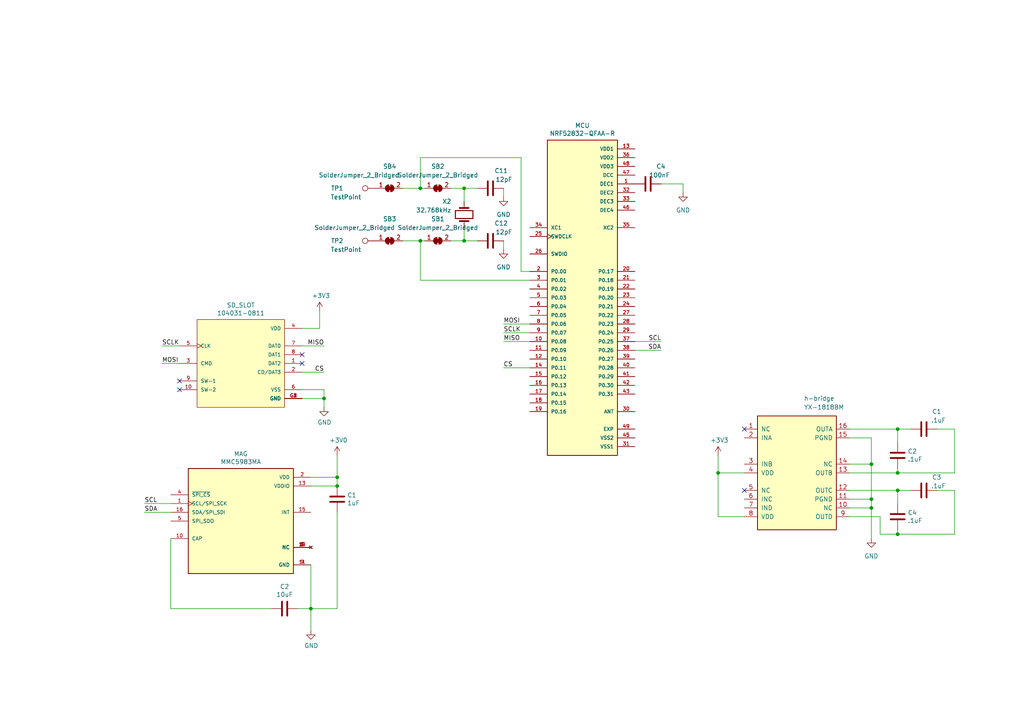
<source format=kicad_sch>
(kicad_sch (version 20211123) (generator eeschema)
  (paper "A4")
  (lib_symbols
    (symbol "104031-0811:104031-0811" (pin_names (offset 1.016))
      (property "Reference" "J" (at -12.7 13.462 0))
      (property "Value" "104031-0811" (at -12.7 -15.24 0))
      (symbol "104031-0811_0_0"
        (rectangle (start -12.7 -12.7) (end 12.7 12.7) (stroke (width 0.1524)) (fill (type background)))
        (pin bidirectional line (at 17.78 0 180) (length 5.08) (name "DAT2") (number "1"))
        (pin passive line (at -17.78 -7.62 0) (length 5.08) (name "SW-2") (number "10"))
        (pin bidirectional line (at 17.78 -2.54 180) (length 5.08) (name "CD/DAT3") (number "2"))
        (pin bidirectional line (at -17.78 0 0) (length 5.08) (name "CMD") (number "3"))
        (pin power_in line (at 17.78 10.16 180) (length 5.08) (name "VDD") (number "4"))
        (pin input clock (at -17.78 5.08 0) (length 5.08) (name "CLK") (number "5"))
        (pin power_in line (at 17.78 -7.62 180) (length 5.08) (name "VSS") (number "6"))
        (pin bidirectional line (at 17.78 5.08 180) (length 5.08) (name "DAT0") (number "7"))
        (pin bidirectional line (at 17.78 2.54 180) (length 5.08) (name "DAT1") (number "8"))
        (pin passive line (at -17.78 -5.08 0) (length 5.08) (name "SW-1") (number "9"))
        (pin power_in line (at 17.78 -10.16 180) (length 5.08) (name "GND") (number "G1"))
        (pin power_in line (at 17.78 -10.16 180) (length 5.08) (name "GND") (number "G2"))
        (pin power_in line (at 17.78 -10.16 180) (length 5.08) (name "GND") (number "G3"))
        (pin power_in line (at 17.78 -10.16 180) (length 5.08) (name "GND") (number "G4"))
      )
    )
    (symbol "Connector:TestPoint" (pin_numbers hide) (pin_names (offset 0.762) hide)
      (property "Reference" "TP" (at 0 6.858 0))
      (property "Value" "TestPoint" (at 0 5.08 0))
      (symbol "TestPoint_0_1"
        (circle (center 0 3.302) (radius 0.762))
      )
      (symbol "TestPoint_1_1"
        (pin passive line (at 0 0 90) (length 2.54) (name "1") (number "1"))
      )
    )
    (symbol "Device:C" (pin_numbers hide) (pin_names (offset 0.254))
      (property "Reference" "C" (at 0.635 2.54 0))
      (property "Value" "C" (at 0.635 -2.54 0))
      (symbol "C_0_1"
        (polyline (pts (xy -2.032 -0.762) (xy 2.032 -0.762)) (stroke (width 0.508)))
        (polyline (pts (xy -2.032 0.762) (xy 2.032 0.762)) (stroke (width 0.508)))
      )
      (symbol "C_1_1"
        (pin passive line (at 0 3.81 270) (length 2.794) (name "~") (number "1"))
        (pin passive line (at 0 -3.81 90) (length 2.794) (name "~") (number "2"))
      )
    )
    (symbol "Device:Crystal" (pin_numbers hide) (pin_names (offset 1.016) hide)
      (property "Reference" "Y" (at 0 3.81 0))
      (property "Value" "Crystal" (at 0 -3.81 0))
      (symbol "Crystal_0_1"
        (rectangle (start -1.143 2.54) (end 1.143 -2.54) (stroke (width 0.3048)))
        (polyline (pts (xy -2.54 0) (xy -1.905 0)))
        (polyline (pts (xy -1.905 -1.27) (xy -1.905 1.27)) (stroke (width 0.508)))
        (polyline (pts (xy 1.905 -1.27) (xy 1.905 1.27)) (stroke (width 0.508)))
        (polyline (pts (xy 2.54 0) (xy 1.905 0)))
      )
      (symbol "Crystal_1_1"
        (pin passive line (at -3.81 0 0) (length 1.27) (name "1") (number "1"))
        (pin passive line (at 3.81 0 180) (length 1.27) (name "2") (number "2"))
      )
    )
    (symbol "Interface_Expansion:PCA9516" (pin_names (offset 1.016))
      (property "Reference" "h-bridge" (at 2.0194 21.59 0))
      (property "Value" "YX-1818BM" (at 2.0194 19.05 0))
      (symbol "PCA9516_0_1"
        (rectangle (start -11.43 16.51) (end 11.43 -16.51) (stroke (width 0.254)) (fill (type background)))
      )
      (symbol "PCA9516_1_1"
        (pin bidirectional line (at -15.24 12.7 0) (length 3.81) (name "NC") (number "1"))
        (pin bidirectional line (at 15.24 -10.16 180) (length 3.81) (name "NC") (number "10"))
        (pin bidirectional line (at 15.24 -7.62 180) (length 3.81) (name "PGND") (number "11"))
        (pin output line (at 15.24 -5.08 180) (length 3.81) (name "OUTC") (number "12"))
        (pin output line (at 15.24 0 180) (length 3.81) (name "OUTB") (number "13"))
        (pin bidirectional line (at 15.24 2.54 180) (length 3.81) (name "NC") (number "14"))
        (pin bidirectional line (at 15.24 10.16 180) (length 3.81) (name "PGND") (number "15"))
        (pin output line (at 15.24 12.7 180) (length 3.81) (name "OUTA") (number "16"))
        (pin input line (at -15.24 10.16 0) (length 3.81) (name "INA") (number "2"))
        (pin input line (at -15.24 2.54 0) (length 3.81) (name "INB") (number "3"))
        (pin bidirectional line (at -15.24 0 0) (length 3.81) (name "VDD") (number "4"))
        (pin bidirectional line (at -15.24 -5.08 0) (length 3.81) (name "NC") (number "5"))
        (pin input line (at -15.24 -7.62 0) (length 3.81) (name "INC") (number "6"))
        (pin input line (at -15.24 -10.16 0) (length 3.81) (name "IND") (number "7"))
        (pin bidirectional line (at -15.24 -12.7 0) (length 3.81) (name "VDD") (number "8"))
        (pin output line (at 15.24 -12.7 180) (length 3.81) (name "OUTD") (number "9"))
      )
    )
    (symbol "Jumper:SolderJumper_2_Bridged" (pin_names (offset 0) hide)
      (property "Reference" "JP" (at 0 2.032 0))
      (property "Value" "SolderJumper_2_Bridged" (at 0 -2.54 0))
      (symbol "SolderJumper_2_Bridged_0_1"
        (rectangle (start -0.508 0.508) (end 0.508 -0.508) (fill (type outline)))
        (arc (start -0.254 1.016) (mid -1.27 0) (end -0.254 -1.016))
        (arc (start -0.254 1.016) (mid -1.27 0) (end -0.254 -1.016) (fill (type outline)))
        (polyline (pts (xy -0.254 1.016) (xy -0.254 -1.016)))
        (polyline (pts (xy 0.254 1.016) (xy 0.254 -1.016)))
        (arc (start 0.254 -1.016) (mid 1.27 0) (end 0.254 1.016))
        (arc (start 0.254 -1.016) (mid 1.27 0) (end 0.254 1.016) (fill (type outline)))
      )
      (symbol "SolderJumper_2_Bridged_1_1"
        (pin passive line (at -3.81 0 0) (length 2.54) (name "A") (number "1"))
        (pin passive line (at 3.81 0 180) (length 2.54) (name "B") (number "2"))
      )
    )
    (symbol "MMC5983MA:MMC5983MA" (pin_names (offset 1.016))
      (property "Reference" "U" (at -15.24 15.24 0))
      (property "Value" "MMC5983MA" (at -15.24 -17.78 0))
      (symbol "MMC5983MA_0_0"
        (rectangle (start -15.24 -15.24) (end 15.24 15.24) (stroke (width 0.254)) (fill (type background)))
        (pin input clock (at -20.32 5.08 0) (length 5.08) (name "SCL/SPI_SCK") (number "1"))
        (pin passive line (at -20.32 -5.08 0) (length 5.08) (name "CAP") (number "10"))
        (pin power_in line (at 20.32 -12.7 180) (length 5.08) (name "GND") (number "11"))
        (pin no_connect line (at 20.32 -7.62 180) (length 5.08) (name "NC") (number "12"))
        (pin power_in line (at 20.32 10.16 180) (length 5.08) (name "VDDIO") (number "13"))
        (pin no_connect line (at 20.32 -7.62 180) (length 5.08) (name "NC") (number "14"))
        (pin output line (at 20.32 2.54 180) (length 5.08) (name "INT") (number "15"))
        (pin bidirectional line (at -20.32 2.54 0) (length 5.08) (name "SDA/SPI_SDI") (number "16"))
        (pin power_in line (at 20.32 12.7 180) (length 5.08) (name "VDD") (number "2"))
        (pin no_connect line (at 20.32 -7.62 180) (length 5.08) (name "NC") (number "3"))
        (pin input line (at -20.32 7.62 0) (length 5.08) (name "~{SPI_CS}") (number "4"))
        (pin output line (at -20.32 0 0) (length 5.08) (name "SPI_SDO") (number "5"))
        (pin no_connect line (at 20.32 -7.62 180) (length 5.08) (name "NC") (number "6"))
        (pin no_connect line (at 20.32 -7.62 180) (length 5.08) (name "NC") (number "7"))
        (pin no_connect line (at 20.32 -7.62 180) (length 5.08) (name "NC") (number "8"))
        (pin power_in line (at 20.32 -12.7 180) (length 5.08) (name "GND") (number "9"))
      )
    )
    (symbol "NRF52832-QFAA-R:NRF52832-QFAA-R" (pin_names (offset 1.016))
      (property "Reference" "U" (at -10.1854 45.7962 0))
      (property "Value" "NRF52832-QFAA-R" (at -10.16 -48.26 0))
      (symbol "NRF52832-QFAA-R_0_0"
        (rectangle (start -10.16 -45.72) (end 10.16 45.72) (stroke (width 0.254)) (fill (type background)))
        (pin power_in line (at 15.24 33.02 180) (length 5.08) (name "DEC1") (number "1"))
        (pin bidirectional line (at -15.24 -12.7 0) (length 5.08) (name "P0.08") (number "10"))
        (pin bidirectional line (at -15.24 -15.24 0) (length 5.08) (name "P0.09") (number "11"))
        (pin bidirectional line (at -15.24 -17.78 0) (length 5.08) (name "P0.10") (number "12"))
        (pin power_in line (at 15.24 43.18 180) (length 5.08) (name "VDD1") (number "13"))
        (pin bidirectional line (at -15.24 -20.32 0) (length 5.08) (name "P0.11") (number "14"))
        (pin bidirectional line (at -15.24 -22.86 0) (length 5.08) (name "P0.12") (number "15"))
        (pin bidirectional line (at -15.24 -25.4 0) (length 5.08) (name "P0.13") (number "16"))
        (pin bidirectional line (at -15.24 -27.94 0) (length 5.08) (name "P0.14") (number "17"))
        (pin bidirectional line (at -15.24 -30.48 0) (length 5.08) (name "P0.15") (number "18"))
        (pin bidirectional line (at -15.24 -33.02 0) (length 5.08) (name "P0.16") (number "19"))
        (pin bidirectional line (at -15.24 7.62 0) (length 5.08) (name "P0.00") (number "2"))
        (pin bidirectional line (at 15.24 7.62 180) (length 5.08) (name "P0.17") (number "20"))
        (pin bidirectional line (at 15.24 5.08 180) (length 5.08) (name "P0.18") (number "21"))
        (pin bidirectional line (at 15.24 2.54 180) (length 5.08) (name "P0.19") (number "22"))
        (pin bidirectional line (at 15.24 0 180) (length 5.08) (name "P0.20") (number "23"))
        (pin bidirectional line (at 15.24 -2.54 180) (length 5.08) (name "P0.21") (number "24"))
        (pin input clock (at -15.24 17.78 0) (length 5.08) (name "SWDCLK") (number "25"))
        (pin bidirectional line (at -15.24 12.7 0) (length 5.08) (name "SWDIO") (number "26"))
        (pin bidirectional line (at 15.24 -5.08 180) (length 5.08) (name "P0.22") (number "27"))
        (pin bidirectional line (at 15.24 -7.62 180) (length 5.08) (name "P0.23") (number "28"))
        (pin bidirectional line (at 15.24 -10.16 180) (length 5.08) (name "P0.24") (number "29"))
        (pin bidirectional line (at -15.24 5.08 0) (length 5.08) (name "P0.01") (number "3"))
        (pin passive line (at 15.24 -33.02 180) (length 5.08) (name "ANT") (number "30"))
        (pin power_in line (at 15.24 -43.18 180) (length 5.08) (name "VSS1") (number "31"))
        (pin power_in line (at 15.24 30.48 180) (length 5.08) (name "DEC2") (number "32"))
        (pin power_in line (at 15.24 27.94 180) (length 5.08) (name "DEC3") (number "33"))
        (pin input line (at -15.24 20.32 0) (length 5.08) (name "XC1") (number "34"))
        (pin output line (at 15.24 20.32 180) (length 5.08) (name "XC2") (number "35"))
        (pin power_in line (at 15.24 40.64 180) (length 5.08) (name "VDD2") (number "36"))
        (pin bidirectional line (at 15.24 -12.7 180) (length 5.08) (name "P0.25") (number "37"))
        (pin bidirectional line (at 15.24 -15.24 180) (length 5.08) (name "P0.26") (number "38"))
        (pin bidirectional line (at 15.24 -17.78 180) (length 5.08) (name "P0.27") (number "39"))
        (pin bidirectional line (at -15.24 2.54 0) (length 5.08) (name "P0.02") (number "4"))
        (pin bidirectional line (at 15.24 -20.32 180) (length 5.08) (name "P0.28") (number "40"))
        (pin bidirectional line (at 15.24 -22.86 180) (length 5.08) (name "P0.29") (number "41"))
        (pin bidirectional line (at 15.24 -25.4 180) (length 5.08) (name "P0.30") (number "42"))
        (pin bidirectional line (at 15.24 -27.94 180) (length 5.08) (name "P0.31") (number "43"))
        (pin power_in line (at 15.24 -40.64 180) (length 5.08) (name "VSS2") (number "45"))
        (pin power_in line (at 15.24 25.4 180) (length 5.08) (name "DEC4") (number "46"))
        (pin power_in line (at 15.24 35.56 180) (length 5.08) (name "DCC") (number "47"))
        (pin power_in line (at 15.24 38.1 180) (length 5.08) (name "VDD3") (number "48"))
        (pin power_in line (at 15.24 -38.1 180) (length 5.08) (name "EXP") (number "49"))
        (pin bidirectional line (at -15.24 0 0) (length 5.08) (name "P0.03") (number "5"))
        (pin bidirectional line (at -15.24 -2.54 0) (length 5.08) (name "P0.04") (number "6"))
        (pin bidirectional line (at -15.24 -5.08 0) (length 5.08) (name "P0.05") (number "7"))
        (pin bidirectional line (at -15.24 -7.62 0) (length 5.08) (name "P0.06") (number "8"))
        (pin bidirectional line (at -15.24 -10.16 0) (length 5.08) (name "P0.07") (number "9"))
      )
    )
    (symbol "RepeatRover-rescue:+3.3V-power" (power) (pin_names (offset 0))
      (property "Value" "+3.3V-power" (at 0 3.556 0))
      (symbol "+3.3V-power_0_1"
        (polyline (pts (xy -0.762 1.27) (xy 0 2.54)))
        (polyline (pts (xy 0 0) (xy 0 2.54)))
        (polyline (pts (xy 0 2.54) (xy 0.762 1.27)))
      )
      (symbol "+3.3V-power_1_1"
        (pin power_in line (at 0 0 90) (length 0) hide (name "+3V3") (number "1"))
      )
    )
    (symbol "power:+3V0" (power) (pin_names (offset 0))
      (property "Value" "+3V0" (at 0 3.556 0))
      (symbol "+3V0_0_1"
        (polyline (pts (xy -0.762 1.27) (xy 0 2.54)))
        (polyline (pts (xy 0 0) (xy 0 2.54)))
        (polyline (pts (xy 0 2.54) (xy 0.762 1.27)))
      )
      (symbol "+3V0_1_1"
        (pin power_in line (at 0 0 90) (length 0) hide (name "+3V0") (number "1"))
      )
    )
    (symbol "power:GND" (power) (pin_names (offset 0))
      (property "Value" "GND" (at 0 -3.81 0))
      (symbol "GND_0_1"
        (polyline (pts (xy 0 0) (xy 0 -1.27) (xy 1.27 -1.27) (xy 0 -2.54) (xy -1.27 -1.27) (xy 0 -1.27)))
      )
      (symbol "GND_1_1"
        (pin power_in line (at 0 0 270) (length 0) hide (name "GND") (number "1"))
      )
    )
  )
  (junction (at 134.62 54.61))
  (junction (at 97.79 140.97))
  (junction (at 208.28 137.16))
  (junction (at 260.35 142.24))
  (junction (at 93.98 115.57))
  (junction (at 90.17 176.53))
  (junction (at 260.35 154.94))
  (junction (at 252.73 147.32))
  (junction (at 121.92 54.61))
  (junction (at 260.35 124.46))
  (junction (at 121.92 69.85))
  (junction (at 260.35 137.16))
  (junction (at 97.79 138.43))
  (junction (at 252.73 144.78))
  (junction (at 134.62 69.85))
  (junction (at 252.73 134.62))
  (no_connect (at 87.63 105.41))
  (no_connect (at 87.63 102.87))
  (no_connect (at 52.07 110.49))
  (no_connect (at 52.07 113.03))
  (no_connect (at 215.9 124.46))
  (no_connect (at 215.9 142.24))
  (wire (pts (xy 52.07 100.33) (xy 46.99 100.33)))
  (wire (pts (xy 255.27 149.86) (xy 255.27 154.94)))
  (wire (pts (xy 246.38 137.16) (xy 260.35 137.16)))
  (wire (pts (xy 87.63 113.03) (xy 93.98 113.03)))
  (wire (pts (xy 121.92 45.72) (xy 121.92 54.61)))
  (wire (pts (xy 252.73 144.78) (xy 252.73 147.32)))
  (wire (pts (xy 146.05 99.06) (xy 153.67 99.06)))
  (wire (pts (xy 246.38 134.62) (xy 252.73 134.62)))
  (wire (pts (xy 134.62 69.85) (xy 138.43 69.85)))
  (wire (pts (xy 121.92 54.61) (xy 123.19 54.61)))
  (wire (pts (xy 90.17 176.53) (xy 90.17 182.88)))
  (wire (pts (xy 121.92 81.28) (xy 153.67 81.28)))
  (wire (pts (xy 93.98 115.57) (xy 93.98 118.11)))
  (wire (pts (xy 87.63 107.95) (xy 93.98 107.95)))
  (wire (pts (xy 49.53 146.05) (xy 41.91 146.05)))
  (wire (pts (xy 93.98 115.57) (xy 87.63 115.57)))
  (wire (pts (xy 146.05 106.68) (xy 153.67 106.68)))
  (wire (pts (xy 276.86 142.24) (xy 276.86 154.94)))
  (wire (pts (xy 184.15 99.06) (xy 191.77 99.06)))
  (wire (pts (xy 49.53 148.59) (xy 41.91 148.59)))
  (wire (pts (xy 260.35 142.24) (xy 264.16 142.24)))
  (wire (pts (xy 208.28 137.16) (xy 208.28 149.86)))
  (wire (pts (xy 87.63 95.25) (xy 92.71 95.25)))
  (wire (pts (xy 130.81 54.61) (xy 134.62 54.61)))
  (wire (pts (xy 116.84 54.61) (xy 121.92 54.61)))
  (wire (pts (xy 252.73 134.62) (xy 252.73 144.78)))
  (wire (pts (xy 121.92 69.85) (xy 121.92 81.28)))
  (wire (pts (xy 134.62 54.61) (xy 134.62 58.42)))
  (wire (pts (xy 276.86 124.46) (xy 276.86 137.16)))
  (wire (pts (xy 146.05 69.85) (xy 146.05 72.39)))
  (wire (pts (xy 97.79 140.97) (xy 97.79 138.43)))
  (wire (pts (xy 276.86 137.16) (xy 260.35 137.16)))
  (wire (pts (xy 151.13 45.72) (xy 121.92 45.72)))
  (wire (pts (xy 146.05 54.61) (xy 146.05 57.15)))
  (wire (pts (xy 92.71 95.25) (xy 92.71 90.17)))
  (wire (pts (xy 260.35 146.05) (xy 260.35 142.24)))
  (wire (pts (xy 191.77 53.34) (xy 198.12 53.34)))
  (wire (pts (xy 97.79 138.43) (xy 97.79 132.08)))
  (wire (pts (xy 246.38 124.46) (xy 260.35 124.46)))
  (wire (pts (xy 130.81 69.85) (xy 134.62 69.85)))
  (wire (pts (xy 260.35 124.46) (xy 264.16 124.46)))
  (wire (pts (xy 146.05 93.98) (xy 153.67 93.98)))
  (wire (pts (xy 146.05 96.52) (xy 153.67 96.52)))
  (wire (pts (xy 184.15 101.6) (xy 191.77 101.6)))
  (wire (pts (xy 246.38 142.24) (xy 260.35 142.24)))
  (wire (pts (xy 151.13 78.74) (xy 153.67 78.74)))
  (wire (pts (xy 134.62 66.04) (xy 134.62 69.85)))
  (wire (pts (xy 255.27 154.94) (xy 260.35 154.94)))
  (wire (pts (xy 252.73 127) (xy 252.73 134.62)))
  (wire (pts (xy 246.38 147.32) (xy 252.73 147.32)))
  (wire (pts (xy 90.17 138.43) (xy 97.79 138.43)))
  (wire (pts (xy 252.73 147.32) (xy 252.73 156.21)))
  (wire (pts (xy 198.12 53.34) (xy 198.12 55.88)))
  (wire (pts (xy 116.84 69.85) (xy 121.92 69.85)))
  (wire (pts (xy 97.79 176.53) (xy 90.17 176.53)))
  (wire (pts (xy 52.07 105.41) (xy 46.99 105.41)))
  (wire (pts (xy 134.62 54.61) (xy 138.43 54.61)))
  (wire (pts (xy 246.38 144.78) (xy 252.73 144.78)))
  (wire (pts (xy 49.53 156.21) (xy 49.53 176.53)))
  (wire (pts (xy 90.17 140.97) (xy 97.79 140.97)))
  (wire (pts (xy 215.9 149.86) (xy 208.28 149.86)))
  (wire (pts (xy 260.35 128.27) (xy 260.35 124.46)))
  (wire (pts (xy 86.36 176.53) (xy 90.17 176.53)))
  (wire (pts (xy 260.35 153.67) (xy 260.35 154.94)))
  (wire (pts (xy 87.63 100.33) (xy 93.98 100.33)))
  (wire (pts (xy 246.38 127) (xy 252.73 127)))
  (wire (pts (xy 97.79 148.59) (xy 97.79 176.53)))
  (wire (pts (xy 276.86 142.24) (xy 271.78 142.24)))
  (wire (pts (xy 151.13 45.72) (xy 151.13 78.74)))
  (wire (pts (xy 49.53 176.53) (xy 78.74 176.53)))
  (wire (pts (xy 260.35 135.89) (xy 260.35 137.16)))
  (wire (pts (xy 90.17 163.83) (xy 90.17 176.53)))
  (wire (pts (xy 276.86 124.46) (xy 271.78 124.46)))
  (wire (pts (xy 93.98 113.03) (xy 93.98 115.57)))
  (wire (pts (xy 208.28 137.16) (xy 215.9 137.16)))
  (wire (pts (xy 208.28 137.16) (xy 208.28 132.08)))
  (wire (pts (xy 121.92 69.85) (xy 123.19 69.85)))
  (wire (pts (xy 246.38 149.86) (xy 255.27 149.86)))
  (wire (pts (xy 276.86 154.94) (xy 260.35 154.94)))
  (label "SDA" (at 191.77 101.6 180))
  (label "MOSI" (at 46.99 105.41 0))
  (label "SCLK" (at 146.05 96.52 0))
  (label "MOSI" (at 146.05 93.98 0))
  (label "SCL" (at 191.77 99.06 180))
  (label "MISO" (at 146.05 99.06 0))
  (label "CS" (at 146.05 106.68 0))
  (label "CS" (at 93.98 107.95 180))
  (label "SDA" (at 41.91 148.59 0))
  (label "SCLK" (at 46.99 100.33 0))
  (label "SCL" (at 41.91 146.05 0))
  (label "MISO" (at 93.98 100.33 180))
  (symbol (lib_id "NRF52832-QFAA-R:NRF52832-QFAA-R") (at 168.91 86.36 0) (unit 1)
    (property "Reference" "MCU" (at 168.91 36.3982 0))
    (property "Value" "NRF52832-QFAA-R" (at 168.91 38.7096 0))
    (property "Footprint" "NRF52832-QFAA-R:QFN40P600X600X90-49N" (effects hide))
    (property "MANUFACTURER" "Nordic Semiconductor" (effects hide))
  )
  (symbol (lib_id "MMC5983MA:MMC5983MA") (at 69.85 151.13 0) (unit 1)
    (property "Reference" "MAG" (at 69.85 131.6482 0))
    (property "Value" "MMC5983MA" (at 69.85 133.9596 0))
    (property "Footprint" "MMC5983MA:PQFN50P300X300X100-16N" (effects hide))
    (property "PARTREV" "A" (effects hide))
    (property "MAXIMUM_PACKAGE_HEIGHT" "1.00 mm" (effects hide))
    (property "STANDARD" "IPC 7351B" (effects hide))
    (property "MANUFACTURER" "Memsic Inc." (effects hide))
  )
  (symbol (lib_id "104031-0811:104031-0811") (at 69.85 105.41 0) (unit 1)
    (property "Reference" "SD_SLOT" (at 69.85 88.519 0))
    (property "Value" "104031-0811" (at 69.85 90.8304 0))
    (property "Footprint" "104031-0811:MOLEX_104031-0811" (effects hide))
    (property "MANUFACTURER" "Molex" (effects hide))
    (property "PARTREV" "B2" (effects hide))
    (property "STANDARD" "Manufacturer Recommendations" (effects hide))
    (property "MAXIMUM_PACKAGE_HEIGHT" "1.57mm" (effects hide))
  )
  (symbol (lib_id "power:+3V0") (at 97.79 132.08 0) (unit 1)
    (property "Reference" "#PWR?" (effects hide))
    (property "Value" "+3V0" (at 98.171 127.6858 0))
  )
  (symbol (lib_id "power:GND") (at 90.17 182.88 0) (unit 1)
    (property "Reference" "#PWR?" (effects hide))
    (property "Value" "GND" (at 90.297 187.2742 0))
  )
  (symbol (lib_id "Device:C") (at 97.79 144.78 180) (unit 1)
    (property "Reference" "C1" (at 100.711 143.6116 0) (effects (justify right)))
    (property "Value" "1uF" (at 100.711 145.923 0) (effects (justify right)))
    (property "Footprint" "Capacitor_SMD:C_0805_2012Metric" (effects hide))
  )
  (symbol (lib_id "Device:C") (at 82.55 176.53 270) (unit 1)
    (property "Reference" "C2" (at 82.55 170.1292 90))
    (property "Value" "10uF" (at 82.55 172.4406 90))
    (property "Footprint" "Capacitor_SMD:C_0805_2012Metric" (effects hide))
  )
  (symbol (lib_id "power:GND") (at 93.98 118.11 0) (unit 1)
    (property "Reference" "#PWR?" (effects hide))
    (property "Value" "GND" (at 94.107 122.5042 0))
  )
  (symbol (lib_id "RepeatRover-rescue:+3.3V-power") (at 92.71 90.17 0) (unit 1)
    (property "Reference" "#PWR?" (effects hide))
    (property "Value" "+3.3V" (at 93.091 85.7758 0))
  )
  (symbol (lib_id "Connector:TestPoint") (at 109.22 54.61 90) (unit 1)
    (property "Reference" "TP1" (at 97.79 54.61 90))
    (property "Value" "TestPoint" (at 100.33 57.15 90))
  )
  (symbol (lib_id "Device:Crystal") (at 134.62 62.23 90) (unit 1)
    (property "Reference" "X2" (at 128.27 58.42 90) (effects (justify right)))
    (property "Value" "32.768kHz" (at 120.65 60.96 90) (effects (justify right)))
  )
  (symbol (lib_id "Device:C") (at 187.96 53.34 270) (unit 1)
    (property "Reference" "C4" (at 193.04 48.26 90) (effects (justify right)))
    (property "Value" "100nF" (at 194.31 50.8 90) (effects (justify right)))
    (property "Footprint" "Capacitor_SMD:C_0805_2012Metric" (effects hide))
  )
  (symbol (lib_id "Jumper:SolderJumper_2_Bridged") (at 113.03 69.85 0) (unit 1)
    (property "Reference" "SB3" (at 113.03 63.5 0))
    (property "Value" "SolderJumper_2_Bridged" (at 102.87 66.04 0))
  )
  (symbol (lib_id "Jumper:SolderJumper_2_Bridged") (at 127 54.61 0) (unit 1)
    (property "Reference" "SB2" (at 127 48.26 0))
    (property "Value" "SolderJumper_2_Bridged" (at 127 50.8 0))
  )
  (symbol (lib_id "Jumper:SolderJumper_2_Bridged") (at 113.03 54.61 0) (unit 1)
    (property "Reference" "SB4" (at 113.03 48.26 0))
    (property "Value" "SolderJumper_2_Bridged" (at 104.14 50.8 0))
  )
  (symbol (lib_id "power:GND") (at 146.05 57.15 0) (unit 1)
    (property "Reference" "#PWR?" (effects hide))
    (property "Value" "GND" (at 146.05 62.23 0))
  )
  (symbol (lib_id "Device:C") (at 267.97 142.24 270) (unit 1)
    (property "Reference" "C3" (at 273.05 138.43 90) (effects (justify right)))
    (property "Value" ".1uF" (at 274.32 140.97 90) (effects (justify right)))
    (property "Footprint" "Capacitor_SMD:C_0805_2012Metric" (effects hide))
  )
  (symbol (lib_id "RepeatRover-rescue:+3.3V-power") (at 208.28 132.08 0) (unit 1)
    (property "Reference" "#PWR?" (effects hide))
    (property "Value" "+3.3V" (at 208.661 127.6858 0))
  )
  (symbol (lib_id "Device:C") (at 267.97 124.46 270) (unit 1)
    (property "Reference" "C1" (at 273.05 119.38 90) (effects (justify right)))
    (property "Value" ".1uF" (at 274.32 121.92 90) (effects (justify right)))
    (property "Footprint" "Capacitor_SMD:C_0805_2012Metric" (effects hide))
  )
  (symbol (lib_id "Device:C") (at 142.24 69.85 270) (unit 1)
    (property "Reference" "C12" (at 147.32 64.77 90) (effects (justify right)))
    (property "Value" "12pF" (at 148.59 67.31 90) (effects (justify right)))
    (property "Footprint" "Capacitor_SMD:C_0805_2012Metric" (effects hide))
  )
  (symbol (lib_id "Device:C") (at 142.24 54.61 270) (unit 1)
    (property "Reference" "C11" (at 147.32 49.53 90) (effects (justify right)))
    (property "Value" "12pF" (at 148.59 52.07 90) (effects (justify right)))
    (property "Footprint" "Capacitor_SMD:C_0805_2012Metric" (effects hide))
  )
  (symbol (lib_id "power:GND") (at 198.12 55.88 0) (unit 1)
    (property "Reference" "#PWR?" (effects hide))
    (property "Value" "GND" (at 198.12 60.96 0))
  )
  (symbol (lib_id "power:GND") (at 252.73 156.21 0) (unit 1)
    (property "Reference" "#PWR?" (effects hide))
    (property "Value" "GND" (at 252.73 161.29 0))
  )
  (symbol (lib_id "power:GND") (at 146.05 72.39 0) (unit 1)
    (property "Reference" "#PWR?" (effects hide))
    (property "Value" "GND" (at 146.05 77.47 0))
  )
  (symbol (lib_id "Device:C") (at 260.35 132.08 180) (unit 1)
    (property "Reference" "C2" (at 263.271 130.9116 0) (effects (justify right)))
    (property "Value" ".1uF" (at 263.271 133.223 0) (effects (justify right)))
    (property "Footprint" "Capacitor_SMD:C_0805_2012Metric" (effects hide))
  )
  (symbol (lib_id "Device:C") (at 260.35 149.86 180) (unit 1)
    (property "Reference" "C4" (at 263.271 148.6916 0) (effects (justify right)))
    (property "Value" ".1uF" (at 263.271 151.003 0) (effects (justify right)))
    (property "Footprint" "Capacitor_SMD:C_0805_2012Metric" (effects hide))
  )
  (symbol (lib_id "Interface_Expansion:PCA9516") (at 231.14 137.16 0) (unit 1)
    (property "Reference" "h-bridge" (at 233.1594 115.57 0) (effects (justify left)))
    (property "Value" "YX-1818BM" (at 233.1594 118.11 0) (effects (justify left)))
    (property "Datasheet" "http://www.nxp.com/documents/data_sheet/PCA9518.pdf" (effects hide))
  )
  (symbol (lib_id "Connector:TestPoint") (at 109.22 69.85 90) (unit 1)
    (property "Reference" "TP2" (at 97.79 69.85 90))
    (property "Value" "TestPoint" (at 100.33 72.39 90))
  )
  (symbol (lib_id "Jumper:SolderJumper_2_Bridged") (at 127 69.85 0) (unit 1)
    (property "Reference" "SB1" (at 127 63.5 0))
    (property "Value" "SolderJumper_2_Bridged" (at 127 66.04 0))
  )
)
</source>
